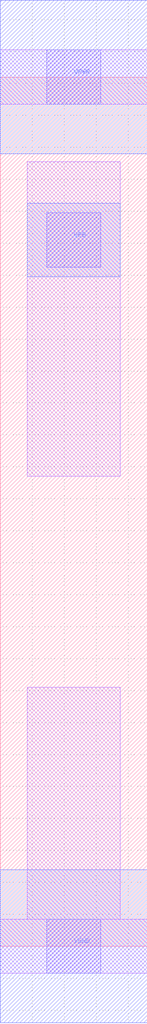
<source format=lef>
# Copyright 2020 The SkyWater PDK Authors
#
# Licensed under the Apache License, Version 2.0 (the "License");
# you may not use this file except in compliance with the License.
# You may obtain a copy of the License at
#
#     https://www.apache.org/licenses/LICENSE-2.0
#
# Unless required by applicable law or agreed to in writing, software
# distributed under the License is distributed on an "AS IS" BASIS,
# WITHOUT WARRANTIES OR CONDITIONS OF ANY KIND, either express or implied.
# See the License for the specific language governing permissions and
# limitations under the License.
#
# SPDX-License-Identifier: Apache-2.0

VERSION 5.7 ;
  NAMESCASESENSITIVE ON ;
  NOWIREEXTENSIONATPIN ON ;
  DIVIDERCHAR "/" ;
  BUSBITCHARS "[]" ;
UNITS
  DATABASE MICRONS 200 ;
END UNITS
MACRO sky130_fd_sc_hd__tapvgnd_1
  CLASS CORE ;
  SOURCE USER ;
  FOREIGN sky130_fd_sc_hd__tapvgnd_1 ;
  ORIGIN  0.000000  0.000000 ;
  SIZE  0.460000 BY  2.720000 ;
  SYMMETRY X Y R90 ;
  SITE unithd ;
  PIN VPB
    ANTENNADIFFAREA  0.148750 ;
    PORT
      LAYER met1 ;
        RECT 0.085000 2.095000 0.375000 2.325000 ;
    END
  END VPB
  PIN VGND
    DIRECTION INOUT ;
    SHAPE ABUTMENT ;
    USE GROUND ;
    PORT
      LAYER met1 ;
        RECT 0.000000 -0.240000 0.460000 0.240000 ;
    END
  END VGND
  PIN VPWR
    DIRECTION INOUT ;
    SHAPE ABUTMENT ;
    USE POWER ;
    PORT
      LAYER met1 ;
        RECT 0.000000 2.480000 0.460000 2.960000 ;
    END
  END VPWR
  OBS
    LAYER li1 ;
      RECT 0.000000 -0.085000 0.460000 0.085000 ;
      RECT 0.000000  2.635000 0.460000 2.805000 ;
      RECT 0.085000  0.085000 0.375000 0.810000 ;
      RECT 0.085000  1.470000 0.375000 2.455000 ;
    LAYER mcon ;
      RECT 0.145000 -0.085000 0.315000 0.085000 ;
      RECT 0.145000  2.125000 0.315000 2.295000 ;
      RECT 0.145000  2.635000 0.315000 2.805000 ;
  END
END sky130_fd_sc_hd__tapvgnd_1
END LIBRARY

</source>
